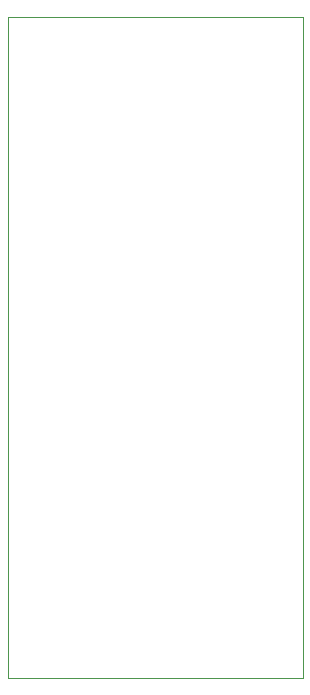
<source format=gbr>
%TF.GenerationSoftware,KiCad,Pcbnew,9.0.7*%
%TF.CreationDate,2026-01-18T23:44:21-08:00*%
%TF.ProjectId,STM32_HID_controller-right,53544d33-325f-4484-9944-5f636f6e7472,rev?*%
%TF.SameCoordinates,Original*%
%TF.FileFunction,Profile,NP*%
%FSLAX46Y46*%
G04 Gerber Fmt 4.6, Leading zero omitted, Abs format (unit mm)*
G04 Created by KiCad (PCBNEW 9.0.7) date 2026-01-18 23:44:21*
%MOMM*%
%LPD*%
G01*
G04 APERTURE LIST*
%TA.AperFunction,Profile*%
%ADD10C,0.050000*%
%TD*%
G04 APERTURE END LIST*
D10*
X120000000Y-130800000D02*
X120000000Y-186800000D01*
X145000000Y-130800000D02*
X145000000Y-186800000D01*
X120000000Y-130800000D02*
X145000000Y-130800000D01*
X120000000Y-186800000D02*
X145000000Y-186800000D01*
M02*

</source>
